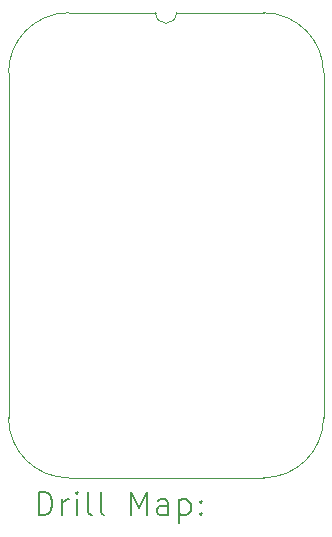
<source format=gbr>
%TF.GenerationSoftware,KiCad,Pcbnew,8.0.3*%
%TF.CreationDate,2024-06-19T14:20:34+02:00*%
%TF.ProjectId,SNES Controller Reader,534e4553-2043-46f6-9e74-726f6c6c6572,rev?*%
%TF.SameCoordinates,PX525bfc0PY43d3480*%
%TF.FileFunction,Drillmap*%
%TF.FilePolarity,Positive*%
%FSLAX45Y45*%
G04 Gerber Fmt 4.5, Leading zero omitted, Abs format (unit mm)*
G04 Created by KiCad (PCBNEW 8.0.3) date 2024-06-19 14:20:34*
%MOMM*%
%LPD*%
G01*
G04 APERTURE LIST*
%ADD10C,0.100000*%
%ADD11C,0.200000*%
G04 APERTURE END LIST*
D10*
X-190500Y63500D02*
X-190500Y-2857500D01*
X1054100Y571500D02*
X317500Y571500D01*
X1968500Y571500D02*
X1231900Y571500D01*
X1968500Y-3365500D02*
X317500Y-3365500D01*
X2476500Y-2857500D02*
X2476500Y63500D01*
X-190500Y63500D02*
G75*
G02*
X317500Y571500I508000J0D01*
G01*
X317500Y-3365500D02*
G75*
G02*
X-190500Y-2857500I0J508000D01*
G01*
X1231900Y571500D02*
G75*
G02*
X1054100Y571500I-88900J0D01*
G01*
X1968500Y571500D02*
G75*
G02*
X2476500Y63500I0J-508000D01*
G01*
X2476500Y-2857500D02*
G75*
G02*
X1968500Y-3365500I-508000J0D01*
G01*
D11*
X65277Y-3681984D02*
X65277Y-3481984D01*
X65277Y-3481984D02*
X112896Y-3481984D01*
X112896Y-3481984D02*
X141467Y-3491508D01*
X141467Y-3491508D02*
X160515Y-3510555D01*
X160515Y-3510555D02*
X170039Y-3529603D01*
X170039Y-3529603D02*
X179562Y-3567698D01*
X179562Y-3567698D02*
X179562Y-3596269D01*
X179562Y-3596269D02*
X170039Y-3634365D01*
X170039Y-3634365D02*
X160515Y-3653412D01*
X160515Y-3653412D02*
X141467Y-3672460D01*
X141467Y-3672460D02*
X112896Y-3681984D01*
X112896Y-3681984D02*
X65277Y-3681984D01*
X265277Y-3681984D02*
X265277Y-3548650D01*
X265277Y-3586746D02*
X274801Y-3567698D01*
X274801Y-3567698D02*
X284324Y-3558174D01*
X284324Y-3558174D02*
X303372Y-3548650D01*
X303372Y-3548650D02*
X322420Y-3548650D01*
X389086Y-3681984D02*
X389086Y-3548650D01*
X389086Y-3481984D02*
X379562Y-3491508D01*
X379562Y-3491508D02*
X389086Y-3501031D01*
X389086Y-3501031D02*
X398610Y-3491508D01*
X398610Y-3491508D02*
X389086Y-3481984D01*
X389086Y-3481984D02*
X389086Y-3501031D01*
X512896Y-3681984D02*
X493848Y-3672460D01*
X493848Y-3672460D02*
X484324Y-3653412D01*
X484324Y-3653412D02*
X484324Y-3481984D01*
X617658Y-3681984D02*
X598610Y-3672460D01*
X598610Y-3672460D02*
X589086Y-3653412D01*
X589086Y-3653412D02*
X589086Y-3481984D01*
X846229Y-3681984D02*
X846229Y-3481984D01*
X846229Y-3481984D02*
X912896Y-3624841D01*
X912896Y-3624841D02*
X979562Y-3481984D01*
X979562Y-3481984D02*
X979562Y-3681984D01*
X1160515Y-3681984D02*
X1160515Y-3577222D01*
X1160515Y-3577222D02*
X1150991Y-3558174D01*
X1150991Y-3558174D02*
X1131944Y-3548650D01*
X1131944Y-3548650D02*
X1093848Y-3548650D01*
X1093848Y-3548650D02*
X1074801Y-3558174D01*
X1160515Y-3672460D02*
X1141467Y-3681984D01*
X1141467Y-3681984D02*
X1093848Y-3681984D01*
X1093848Y-3681984D02*
X1074801Y-3672460D01*
X1074801Y-3672460D02*
X1065277Y-3653412D01*
X1065277Y-3653412D02*
X1065277Y-3634365D01*
X1065277Y-3634365D02*
X1074801Y-3615317D01*
X1074801Y-3615317D02*
X1093848Y-3605793D01*
X1093848Y-3605793D02*
X1141467Y-3605793D01*
X1141467Y-3605793D02*
X1160515Y-3596269D01*
X1255753Y-3548650D02*
X1255753Y-3748650D01*
X1255753Y-3558174D02*
X1274801Y-3548650D01*
X1274801Y-3548650D02*
X1312896Y-3548650D01*
X1312896Y-3548650D02*
X1331944Y-3558174D01*
X1331944Y-3558174D02*
X1341467Y-3567698D01*
X1341467Y-3567698D02*
X1350991Y-3586746D01*
X1350991Y-3586746D02*
X1350991Y-3643888D01*
X1350991Y-3643888D02*
X1341467Y-3662936D01*
X1341467Y-3662936D02*
X1331944Y-3672460D01*
X1331944Y-3672460D02*
X1312896Y-3681984D01*
X1312896Y-3681984D02*
X1274801Y-3681984D01*
X1274801Y-3681984D02*
X1255753Y-3672460D01*
X1436705Y-3662936D02*
X1446229Y-3672460D01*
X1446229Y-3672460D02*
X1436705Y-3681984D01*
X1436705Y-3681984D02*
X1427182Y-3672460D01*
X1427182Y-3672460D02*
X1436705Y-3662936D01*
X1436705Y-3662936D02*
X1436705Y-3681984D01*
X1436705Y-3558174D02*
X1446229Y-3567698D01*
X1446229Y-3567698D02*
X1436705Y-3577222D01*
X1436705Y-3577222D02*
X1427182Y-3567698D01*
X1427182Y-3567698D02*
X1436705Y-3558174D01*
X1436705Y-3558174D02*
X1436705Y-3577222D01*
M02*

</source>
